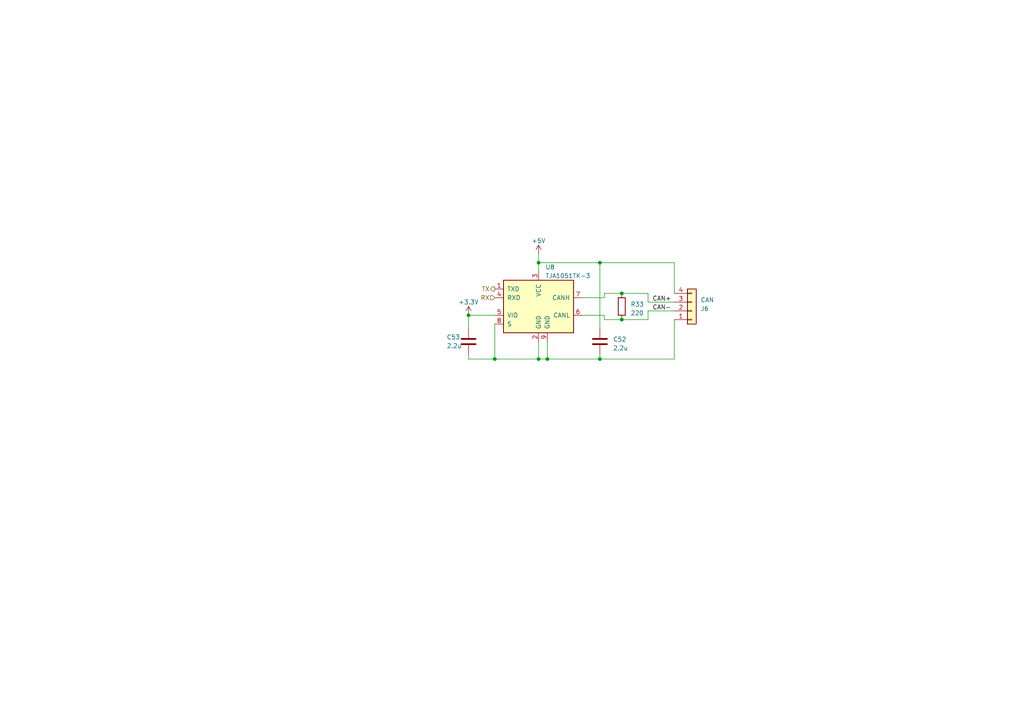
<source format=kicad_sch>
(kicad_sch (version 20230121) (generator eeschema)
  (paper "A4")
  (lib_symbols
    (symbol "Connector_Generic:Conn_01x04" (pin_names (offset 1.016) hide)
      (property "Reference" "J" (at 0 5.08 0))
      (property "Value" "Conn_01x04" (at 0 -7.62 0))
      (symbol "Conn_01x04_1_1"
        (rectangle (start -1.27 -4.953) (end 0 -5.207) (stroke (width 0.1524)))
        (rectangle (start -1.27 -2.413) (end 0 -2.667) (stroke (width 0.1524)))
        (rectangle (start -1.27 0.127) (end 0 -0.127) (stroke (width 0.1524)))
        (rectangle (start -1.27 2.667) (end 0 2.413) (stroke (width 0.1524)))
        (rectangle (start -1.27 3.81) (end 1.27 -6.35) (stroke (width 0.254)) (fill (type background)))
        (pin passive line (at -5.08 2.54 0) (length 3.81) (name "Pin_1") (number "1"))
        (pin passive line (at -5.08 0 0) (length 3.81) (name "Pin_2") (number "2"))
        (pin passive line (at -5.08 -2.54 0) (length 3.81) (name "Pin_3") (number "3"))
        (pin passive line (at -5.08 -5.08 0) (length 3.81) (name "Pin_4") (number "4"))
      )
    )
    (symbol "Device:C" (pin_numbers hide) (pin_names (offset 0.254))
      (property "Reference" "C" (at 0.635 2.54 0))
      (property "Value" "C" (at 0.635 -2.54 0))
      (symbol "C_0_1"
        (polyline (pts (xy -2.032 -0.762) (xy 2.032 -0.762)) (stroke (width 0.508)))
        (polyline (pts (xy -2.032 0.762) (xy 2.032 0.762)) (stroke (width 0.508)))
      )
      (symbol "C_1_1"
        (pin passive line (at 0 3.81 270) (length 2.794) (name "~") (number "1"))
        (pin passive line (at 0 -3.81 90) (length 2.794) (name "~") (number "2"))
      )
    )
    (symbol "Device:R" (pin_numbers hide) (pin_names (offset 0))
      (property "Reference" "R" (at 2.032 0 90))
      (property "Value" "R" (at 0 0 90))
      (symbol "R_0_1"
        (rectangle (start -1.016 -2.54) (end 1.016 2.54) (stroke (width 0.254)))
      )
      (symbol "R_1_1"
        (pin passive line (at 0 3.81 270) (length 1.27) (name "~") (number "1"))
        (pin passive line (at 0 -3.81 90) (length 1.27) (name "~") (number "2"))
      )
    )
    (symbol "Interface_CAN_LIN:TJA1051TK-3" (pin_names (offset 1.016))
      (property "Reference" "U" (at -10.16 8.89 0))
      (property "Value" "TJA1051TK-3" (at 1.27 8.89 0))
      (symbol "TJA1051TK-3_0_1"
        (rectangle (start -10.16 7.62) (end 10.16 -7.62) (stroke (width 0.254)) (fill (type background)))
      )
      (symbol "TJA1051TK-3_1_1"
        (pin input line (at -12.7 5.08 0) (length 2.54) (name "TXD") (number "1"))
        (pin power_in line (at 0 -10.16 90) (length 2.54) (name "GND") (number "2"))
        (pin power_in line (at 0 10.16 270) (length 2.54) (name "VCC") (number "3"))
        (pin output line (at -12.7 2.54 0) (length 2.54) (name "RXD") (number "4"))
        (pin power_in line (at -12.7 -2.54 0) (length 2.54) (name "VIO") (number "5"))
        (pin bidirectional line (at 12.7 -2.54 180) (length 2.54) (name "CANL") (number "6"))
        (pin bidirectional line (at 12.7 2.54 180) (length 2.54) (name "CANH") (number "7"))
        (pin input line (at -12.7 -5.08 0) (length 2.54) (name "S") (number "8"))
        (pin power_in line (at 2.54 -10.16 90) (length 2.54) (name "GND") (number "9"))
      )
    )
    (symbol "power:+3.3V" (power) (pin_names (offset 0))
      (property "Value" "+3.3V" (at 0 3.556 0))
      (symbol "+3.3V_0_1"
        (polyline (pts (xy -0.762 1.27) (xy 0 2.54)))
        (polyline (pts (xy 0 0) (xy 0 2.54)))
        (polyline (pts (xy 0 2.54) (xy 0.762 1.27)))
      )
      (symbol "+3.3V_1_1"
        (pin power_in line (at 0 0 90) (length 0) hide (name "+3.3V") (number "1"))
      )
    )
    (symbol "power:+5V" (power) (pin_names (offset 0))
      (property "Value" "+5V" (at 0 3.556 0))
      (symbol "+5V_0_1"
        (polyline (pts (xy -0.762 1.27) (xy 0 2.54)))
        (polyline (pts (xy 0 0) (xy 0 2.54)))
        (polyline (pts (xy 0 2.54) (xy 0.762 1.27)))
      )
      (symbol "+5V_1_1"
        (pin power_in line (at 0 0 90) (length 0) hide (name "+5V") (number "1"))
      )
    )
  )
  (junction (at 158.75 104.14))
  (junction (at 180.34 92.71))
  (junction (at 135.89 91.44))
  (junction (at 180.34 85.09))
  (junction (at 156.21 76.2))
  (junction (at 173.99 104.14))
  (junction (at 156.21 104.14))
  (junction (at 143.51 104.14))
  (junction (at 173.99 76.2))
  (wire (pts (xy 143.51 93.98) (xy 143.51 104.14)))
  (wire (pts (xy 175.26 92.71) (xy 180.34 92.71)))
  (wire (pts (xy 156.21 99.06) (xy 156.21 104.14)))
  (wire (pts (xy 175.26 85.09) (xy 180.34 85.09)))
  (wire (pts (xy 135.89 91.44) (xy 135.89 95.25)))
  (wire (pts (xy 135.89 104.14) (xy 143.51 104.14)))
  (wire (pts (xy 156.21 104.14) (xy 158.75 104.14)))
  (wire (pts (xy 195.58 92.71) (xy 195.58 104.14)))
  (wire (pts (xy 187.96 92.71) (xy 187.96 90.17)))
  (wire (pts (xy 175.26 91.44) (xy 175.26 92.71)))
  (wire (pts (xy 156.21 76.2) (xy 156.21 78.74)))
  (wire (pts (xy 187.96 85.09) (xy 187.96 87.63)))
  (wire (pts (xy 173.99 76.2) (xy 173.99 95.25)))
  (wire (pts (xy 195.58 85.09) (xy 195.58 76.2)))
  (wire (pts (xy 180.34 92.71) (xy 187.96 92.71)))
  (wire (pts (xy 173.99 104.14) (xy 173.99 102.87)))
  (wire (pts (xy 135.89 91.44) (xy 143.51 91.44)))
  (wire (pts (xy 143.51 104.14) (xy 156.21 104.14)))
  (wire (pts (xy 173.99 76.2) (xy 156.21 76.2)))
  (wire (pts (xy 180.34 85.09) (xy 187.96 85.09)))
  (wire (pts (xy 173.99 76.2) (xy 195.58 76.2)))
  (wire (pts (xy 158.75 104.14) (xy 158.75 99.06)))
  (wire (pts (xy 173.99 104.14) (xy 158.75 104.14)))
  (wire (pts (xy 195.58 104.14) (xy 173.99 104.14)))
  (wire (pts (xy 175.26 86.36) (xy 175.26 85.09)))
  (wire (pts (xy 135.89 102.87) (xy 135.89 104.14)))
  (wire (pts (xy 168.91 86.36) (xy 175.26 86.36)))
  (wire (pts (xy 187.96 90.17) (xy 195.58 90.17)))
  (wire (pts (xy 187.96 87.63) (xy 195.58 87.63)))
  (wire (pts (xy 156.21 73.66) (xy 156.21 76.2)))
  (wire (pts (xy 168.91 91.44) (xy 175.26 91.44)))
  (label "CAN+" (at 189.23 87.63 0))
  (label "CAN-" (at 189.23 90.17 0))
  (hierarchical_label "RX" (shape input) (at 143.51 86.36 180))
  (hierarchical_label "TX" (shape output) (at 143.51 83.82 180))
  (symbol (lib_id "Connector_Generic:Conn_01x04") (at 200.66 90.17 0) (mirror x) (unit 1)
    (property "Reference" "J6" (at 203.2 89.535 0) (effects (justify left)))
    (property "Value" "CAN" (at 203.2 86.995 0) (effects (justify left)))
  )
  (symbol (lib_id "power:+5V") (at 156.21 73.66 0) (unit 1)
    (property "Reference" "#PWR059" (effects hide))
    (property "Value" "+5V" (at 156.21 69.85 0))
  )
  (symbol (lib_id "Device:C") (at 173.99 99.06 0) (unit 1)
    (property "Reference" "C52" (at 177.8 98.425 0) (effects (justify left)))
    (property "Value" "2.2u" (at 177.8 100.965 0) (effects (justify left)))
  )
  (symbol (lib_id "Device:R") (at 180.34 88.9 0) (unit 1)
    (property "Reference" "R33" (at 182.88 88.265 0) (effects (justify left)))
    (property "Value" "220" (at 182.88 90.805 0) (effects (justify left)))
  )
  (symbol (lib_id "power:+3.3V") (at 135.89 91.44 0) (unit 1)
    (property "Reference" "#PWR060" (effects hide))
    (property "Value" "+3.3V" (at 135.89 87.63 0))
  )
  (symbol (lib_id "Interface_CAN_LIN:TJA1051TK-3") (at 156.21 88.9 0) (unit 1)
    (property "Reference" "U8" (at 158.1659 77.47 0) (effects (justify left)))
    (property "Value" "TJA1051TK-3" (at 158.1659 80.01 0) (effects (justify left)))
    (property "Footprint" "Package_DFN_QFN:DFN-8-1EP_3x3mm_P0.65mm_EP1.55x2.4mm" (effects hide))
    (property "Datasheet" "http://www.nxp.com/documents/data_sheet/TJA1051.pdf" (effects hide))
  )
  (symbol (lib_id "Device:C") (at 135.89 99.06 0) (unit 1)
    (property "Reference" "C53" (at 129.54 97.79 0) (effects (justify left)))
    (property "Value" "2.2u" (at 129.54 100.33 0) (effects (justify left)))
  )
)
</source>
